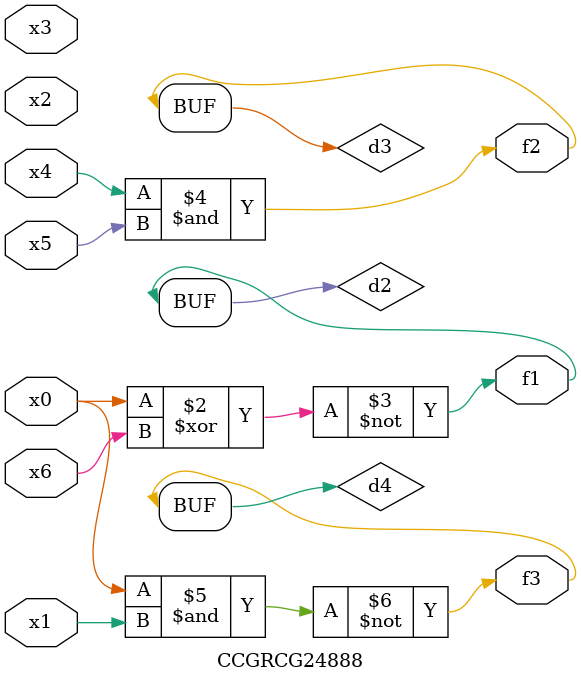
<source format=v>
module CCGRCG24888(
	input x0, x1, x2, x3, x4, x5, x6,
	output f1, f2, f3
);

	wire d1, d2, d3, d4;

	nor (d1, x0);
	xnor (d2, x0, x6);
	and (d3, x4, x5);
	nand (d4, x0, x1);
	assign f1 = d2;
	assign f2 = d3;
	assign f3 = d4;
endmodule

</source>
